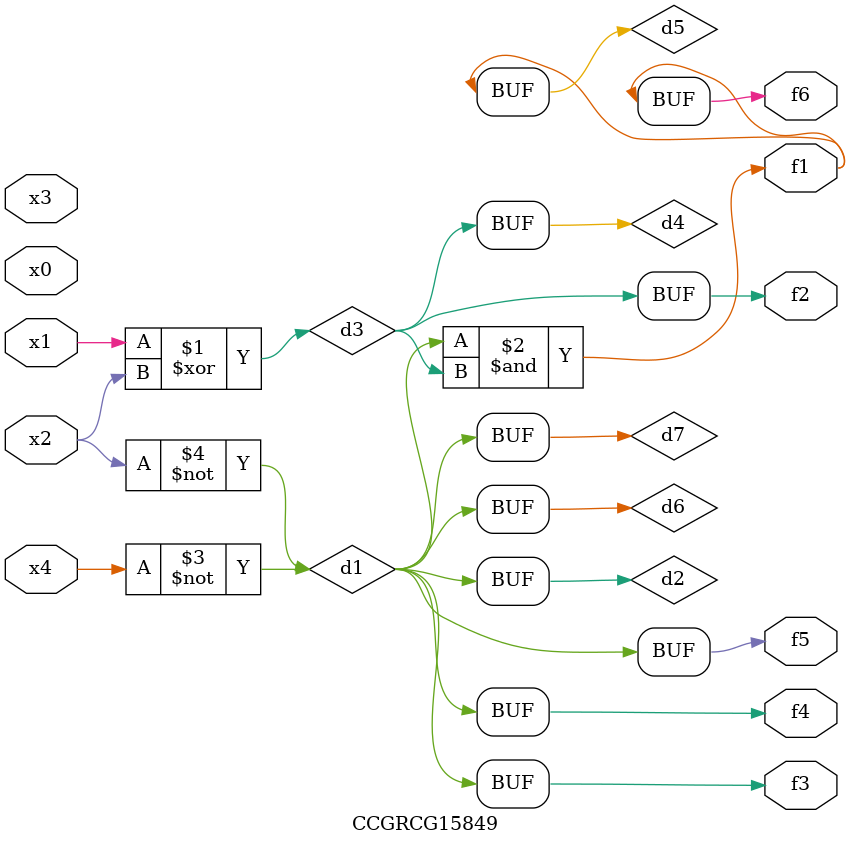
<source format=v>
module CCGRCG15849(
	input x0, x1, x2, x3, x4,
	output f1, f2, f3, f4, f5, f6
);

	wire d1, d2, d3, d4, d5, d6, d7;

	not (d1, x4);
	not (d2, x2);
	xor (d3, x1, x2);
	buf (d4, d3);
	and (d5, d1, d3);
	buf (d6, d1, d2);
	buf (d7, d2);
	assign f1 = d5;
	assign f2 = d4;
	assign f3 = d7;
	assign f4 = d7;
	assign f5 = d7;
	assign f6 = d5;
endmodule

</source>
